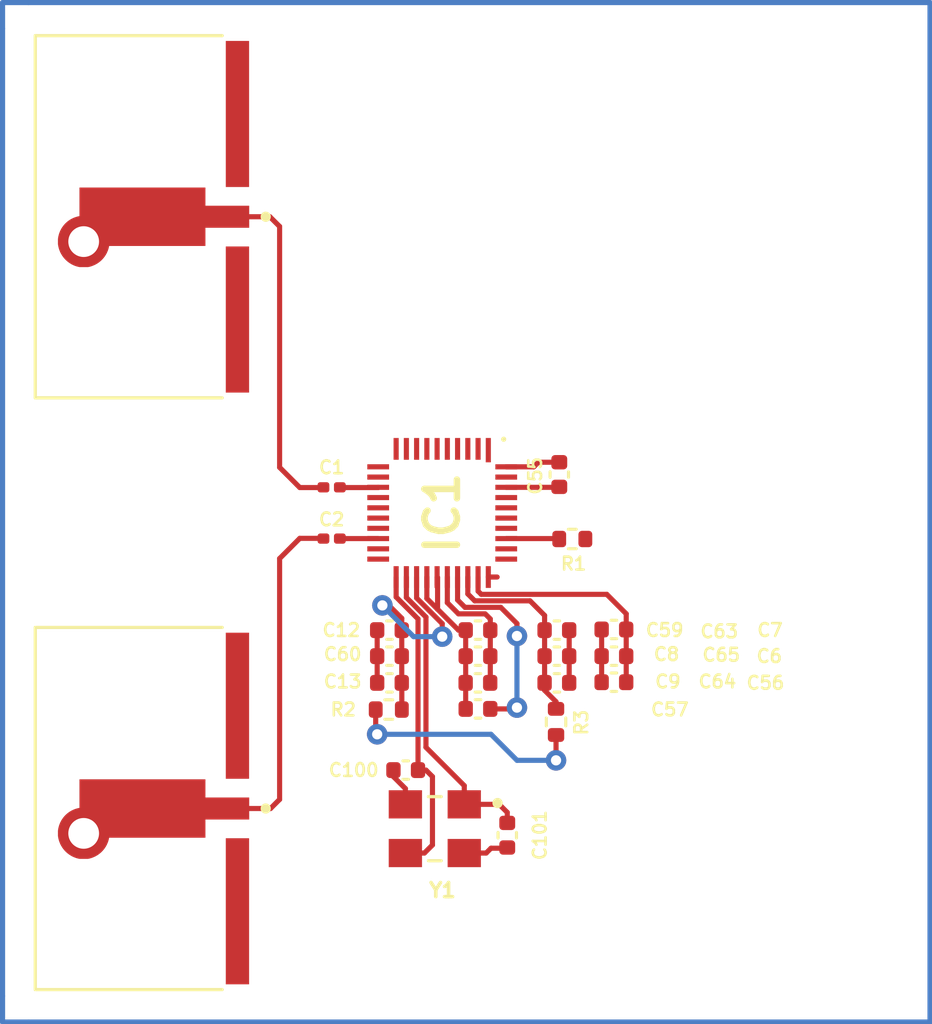
<source format=kicad_pcb>
(kicad_pcb (version 20221018) (generator pcbnew)
  (layers (0 "F.Cu" signal) (1 "In1.Cu" signal) (2 "In2.Cu" signal) (31 "B.Cu" signal) (34 "B.Paste" user) (35 "F.Paste" user) (36 "B.SilkS" user "B.Silkscreen") (37 "F.SilkS" user "F.Silkscreen") (38 "B.Mask" user) (39 "F.Mask" user) (44 "Edge.Cuts" user))
  (net 0 "")
  (net 1 "Net-(IC1-RF2)")
  (net 2 "Net-(C1-Pad2)")
  (net 3 "Net-(IC1-RF1)")
  (net 4 "Net-(C2-Pad2)")
  (net 5 "GND")
  (net 6 "VDD1")
  (net 7 "VDD3")
  (net 8 "Net-(IC1-VDD2B)")
  (net 9 "VDDIO")
  (net 10 "Net-(IC1-VTX_D)")
  (net 11 "Net-(IC1-VDD2A)")
  (net 12 "XTI")
  (net 13 "XTO")
  (net 14 "IRQ")
  (net 15 "SPIPHA")
  (net 16 "GPIO0")
  (net 17 "GPIO1")
  (net 18 "SPIPOL")
  (net 19 "TXLED")
  (net 20 "EXTPA")
  (net 21 "SYNC")
  (net 22 "EXTON")
  (net 23 "WAKEUP")
  (net 24 "RESET")
  (net 25 "SPICLK")
  (net 26 "SPIMOSI")
  (net 27 "SPIMISO")
  (net 28 "SPICSN")
  (net 29 "RESET external")
  (net 30 "VDD2")
  (footprint "TESIS:ANTENNA_UWCCP.01" (layer "F.Cu") (at 100.4075 73.533 90)
    (fp_text reference "E1" hide)
    (fp_text value "UWCCP.01" hide)
    (fp_line (start -7.065 -8.35) (end 7.065 -8.35) (stroke (width 0.127)) (layer "F.SilkS"))
    (fp_line (start -7.065 -1.05) (end -7.065 -8.35) (stroke (width 0.127)) (layer "F.SilkS"))
    (fp_line (start 7.065 -8.35) (end 7.065 -1.05) (stroke (width 0.127)) (layer "F.SilkS"))
    (fp_circle (center 0 0.65) (end 0.1 0.65) (stroke (width 0.2)) (fill none) (layer "F.SilkS"))
    (pad "" np_thru_hole circle (at -0.97 -6.46 90) (size 1.2 1.2) (drill 1.2) (layers "*.Cu" "*.Mask"))
    (pad "1" smd custom (at 0 -0.499 90) (size 0.5 0.5) (layers "F.Cu" "F.Paste" "F.Mask") (net 2 "Net-(C1-Pad2)") (options (clearance outline) (anchor rect)) (primitives (gr_poly (pts (xy 0.425 0.499) (xy 0.425 -1.211) (xy 1.135 -1.211) (xy 1.135 -6.121) (xy 0.02 -6.121) (xy 0.013 -6.161) (xy 0.003 -6.204) (xy -0.009 -6.247) (xy -0.022 -6.288) (xy -0.037 -6.329) (xy -0.054 -6.37) (xy -0.073 -6.41) (xy -0.093 -6.448) (xy -0.115 -6.486) (xy -0.139 -6.523) (xy -0.164 -6.559) (xy -0.191 -6.594) (xy -0.22 -6.627) (xy -0.249 -6.659) (xy -0.28 -6.69) (xy -0.313 -6.72) (xy -0.347 -6.748) (xy -0.382 -6.774) (xy -0.418 -6.799) (xy -0.455 -6.823) (xy -0.493 -6.844) (xy -0.532 -6.864) (xy -0.572 -6.883) (xy -0.612 -6.899) (xy -0.653 -6.914) (xy -0.695 -6.927) (xy -0.738 -6.938) (xy -0.781 -6.948) (xy -0.824 -6.955) (xy -0.87 -6.961) (xy -1.07 -6.961) (xy -1.116 -6.954) (xy -1.159 -6.946) (xy -1.201 -6.936) (xy -1.244 -6.925) (xy -1.285 -6.911) (xy -1.326 -6.896) (xy -1.366 -6.879) (xy -1.406 -6.861) (xy -1.445 -6.84) (xy -1.482 -6.818) (xy -1.519 -6.795) (xy -1.555 -6.77) (xy -1.59 -6.743) (xy -1.623 -6.715) (xy -1.656 -6.686) (xy -1.687 -6.655) (xy -1.716 -6.623) (xy -1.745 -6.59) (xy -1.771 -6.555) (xy -1.797 -6.52) (xy -1.821 -6.483) (xy -1.843 -6.446) (xy -1.864 -6.407) (xy -1.883 -6.368) (xy -1.9 -6.328) (xy -1.916 -6.287) (xy -1.93 -6.246) (xy -1.942 -6.204) (xy -1.952 -6.161) (xy -1.96 -6.121) (xy -1.96 -5.791) (xy -1.953 -5.754) (xy -1.943 -5.713) (xy -1.932 -5.674) (xy -1.919 -5.634) (xy -1.904 -5.596) (xy -1.888 -5.558) (xy -1.871 -5.52) (xy -1.852 -5.484) (xy -1.831 -5.448) (xy -1.809 -5.413) (xy -1.786 -5.379) (xy -1.761 -5.346) (xy -1.735 -5.314) (xy -1.708 -5.283) (xy -1.679 -5.253) (xy -1.649 -5.225) (xy -1.618 -5.197) (xy -1.586 -5.171) (xy -1.553 -5.146) (xy -1.519 -5.123) (xy -1.484 -5.101) (xy -1.448 -5.08) (xy -1.412 -5.061) (xy -1.374 -5.044) (xy -1.336 -5.028) (xy -1.298 -5.013) (xy -1.258 -5) (xy -1.219 -4.989) (xy -1.179 -4.98) (xy -1.135 -4.971) (xy -1.135 -1.211) (xy -0.425 -1.211) (xy -0.425 0.499) (xy 0.425 0.499)) (width 0.01) (fill yes))))
    (pad "2" smd rect (at -4.01 -0.455 90) (size 5.7 0.91) (layers "F.Cu" "F.Paste" "F.Mask") (net 5 "GND"))
    (pad "3" smd rect (at 4.01 -0.455 90) (size 5.7 0.91) (layers "F.Cu" "F.Paste" "F.Mask"))
  )
  (footprint "Capacitor_SMD:C_0402_1005Metric" (layer "F.Cu") (at 109.347 89.662)
    (fp_text reference "C59" (at 7.2898 0) (layer "F.SilkS") (effects (font (size 0.5 0.5) (thickness 0.1) bold)))
    (fp_text value "4.7nF" hide)
    (fp_line (start -0.107836 -0.36) (end 0.107836 -0.36) (stroke (width 0.12)) (layer "F.SilkS"))
    (fp_line (start -0.107836 0.36) (end 0.107836 0.36) (stroke (width 0.12)) (layer "F.SilkS"))
    (pad "1" smd roundrect (at -0.48 0) (size 0.56 0.62) (layers "F.Cu" "F.Paste" "F.Mask") (net 5 "GND"))
    (pad "2" smd roundrect (at 0.48 0) (size 0.56 0.62) (layers "F.Cu" "F.Paste" "F.Mask") (net 7 "VDD3"))
  )
  (footprint "Capacitor_SMD:C_0402_1005Metric" (layer "F.Cu") (at 112.4282 91.7194 180)
    (fp_text reference "C64" (at -6.2686 0.0508) (layer "F.SilkS") (effects (font (size 0.5 0.5) (thickness 0.1) bold)))
    (fp_text value "10UF" hide)
    (fp_line (start -0.107836 -0.36) (end 0.107836 -0.36) (stroke (width 0.12)) (layer "F.SilkS"))
    (fp_line (start -0.107836 0.36) (end 0.107836 0.36) (stroke (width 0.12)) (layer "F.SilkS"))
    (pad "1" smd roundrect (at -0.48 0 180) (size 0.56 0.62) (layers "F.Cu" "F.Paste" "F.Mask") (net 5 "GND"))
    (pad "2" smd roundrect (at 0.48 0 180) (size 0.56 0.62) (layers "F.Cu" "F.Paste" "F.Mask") (net 11 "Net-(IC1-VDD2A)"))
  )
  (footprint "TESIS:DW3220TR13-1" (layer "F.Cu") (at 107.95 85.09 -90)
    (fp_text reference "IC1" (at 0 0 90) (layer "F.SilkS") (effects (font (size 1.27 1.27) (thickness 0.254))))
    (fp_text value "DW3220TR13" hide)
    (fp_line (start -2.925 -2.4) (end -2.925 -2.4) (stroke (width 0.1)) (layer "F.SilkS"))
    (fp_line (start -2.825 -2.4) (end -2.825 -2.4) (stroke (width 0.1)) (layer "F.SilkS"))
    (fp_arc (start -2.925 -2.4) (mid -2.875 -2.45) (end -2.825 -2.4) (stroke (width 0.1)) (layer "F.SilkS"))
    (fp_arc (start -2.825 -2.4) (mid -2.875 -2.35) (end -2.925 -2.4) (stroke (width 0.1)) (layer "F.SilkS"))
    (pad "1" smd rect (at -2.45 -1.8) (size 0.2 0.95) (layers "F.Cu" "F.Paste" "F.Mask") (net 14 "IRQ"))
    (pad "2" smd rect (at -2.5 -1.4) (size 0.2 0.85) (layers "F.Cu" "F.Paste" "F.Mask") (net 15 "SPIPHA"))
    (pad "3" smd rect (at -2.5 -1) (size 0.2 0.85) (layers "F.Cu" "F.Paste" "F.Mask") (net 16 "GPIO0"))
    (pad "4" smd rect (at -2.5 -0.6) (size 0.2 0.85) (layers "F.Cu" "F.Paste" "F.Mask") (net 17 "GPIO1"))
    (pad "5" smd rect (at -2.5 -0.2) (size 0.2 0.85) (layers "F.Cu" "F.Paste" "F.Mask") (net 18 "SPIPOL"))
    (pad "6" smd rect (at -2.5 0.2) (size 0.2 0.85) (layers "F.Cu" "F.Paste" "F.Mask") (net 19 "TXLED"))
    (pad "7" smd rect (at -2.5 0.6) (size 0.2 0.85) (layers "F.Cu" "F.Paste" "F.Mask") (net 19 "TXLED"))
    (pad "8" smd rect (at -2.5 1) (size 0.2 0.85) (layers "F.Cu" "F.Paste" "F.Mask") (net 20 "EXTPA"))
    (pad "9" smd rect (at -2.5 1.4) (size 0.2 0.85) (layers "F.Cu" "F.Paste" "F.Mask") (net 21 "SYNC"))
    (pad "10" smd rect (at -2.5 1.8) (size 0.2 0.85) (layers "F.Cu" "F.Paste" "F.Mask") (net 5 "GND"))
    (pad "11" smd rect (at -1.8 2.5 270) (size 0.2 0.85) (layers "F.Cu" "F.Paste" "F.Mask") (net 5 "GND"))
    (pad "12" smd rect (at -1.4 2.5 270) (size 0.2 0.85) (layers "F.Cu" "F.Paste" "F.Mask") (net 5 "GND"))
    (pad "13" smd rect (at -1 2.5 270) (size 0.2 0.85) (layers "F.Cu" "F.Paste" "F.Mask") (net 1 "Net-(IC1-RF2)"))
    (pad "14" smd rect (at -0.6 2.5 270) (size 0.2 0.85) (layers "F.Cu" "F.Paste" "F.Mask") (net 5 "GND"))
    (pad "15" smd rect (at -0.2 2.5 270) (size 0.2 0.85) (layers "F.Cu" "F.Paste" "F.Mask") (net 5 "GND"))
    (pad "16" smd rect (at 0.2 2.5 270) (size 0.2 0.85) (layers "F.Cu" "F.Paste" "F.Mask") (net 5 "GND"))
    (pad "17" smd rect (at 0.6 2.5 270) (size 0.2 0.85) (layers "F.Cu" "F.Paste" "F.Mask") (net 5 "GND"))
    (pad "18" smd rect (at 1 2.5 270) (size 0.2 0.85) (layers "F.Cu" "F.Paste" "F.Mask") (net 3 "Net-(IC1-RF1)"))
    (pad "19" smd rect (at 1.4 2.5 270) (size 0.2 0.85) (layers "F.Cu" "F.Paste" "F.Mask") (net 5 "GND"))
    (pad "20" smd rect (at 1.8 2.5 270) (size 0.2 0.85) (layers "F.Cu" "F.Paste" "F.Mask") (net 5 "GND"))
    (pad "21" smd rect (at 2.5 1.8) (size 0.2 0.85) (layers "F.Cu" "F.Paste" "F.Mask") (net 12 "XTI"))
    (pad "22" smd rect (at 2.5 1.4) (size 0.2 0.85) (layers "F.Cu" "F.Paste" "F.Mask") (net 13 "XTO"))
    (pad "23" smd rect (at 2.5 1) (size 0.2 0.85) (layers "F.Cu" "F.Paste" "F.Mask") (net 8 "Net-(IC1-VDD2B)"))
    (pad "24" smd rect (at 2.5 0.6) (size 0.2 0.85) (layers "F.Cu" "F.Paste" "F.Mask") (net 5 "GND"))
    (pad "25" smd rect (at 2.5 0.2) (size 0.2 0.85) (layers "F.Cu" "F.Paste" "F.Mask") (net 5 "GND"))
    (pad "26" smd rect (at 2.5 -0.2) (size 0.2 0.85) (layers "F.Cu" "F.Paste" "F.Mask") (net 7 "VDD3"))
    (pad "27" smd rect (at 2.5 -0.6) (size 0.2 0.85) (layers "F.Cu" "F.Paste" "F.Mask") (net 10 "Net-(IC1-VTX_D)"))
    (pad "28" smd rect (at 2.5 -1) (size 0.2 0.85) (layers "F.Cu" "F.Paste" "F.Mask") (net 11 "Net-(IC1-VDD2A)"))
    (pad "29" smd rect (at 2.5 -1.4) (size 0.2 0.85) (layers "F.Cu" "F.Paste" "F.Mask") (net 6 "VDD1"))
    (pad "30" smd rect (at 2.5 -1.8) (size 0.2 0.85) (layers "F.Cu" "F.Paste" "F.Mask") (net 5 "GND"))
    (pad "31" smd rect (at 1.8 -2.5 270) (size 0.2 0.85) (layers "F.Cu" "F.Paste" "F.Mask") (net 22 "EXTON"))
    (pad "32" smd rect (at 1.4 -2.5 270) (size 0.2 0.85) (layers "F.Cu" "F.Paste" "F.Mask") (net 23 "WAKEUP"))
    (pad "33" smd rect (at 1 -2.5 270) (size 0.2 0.85) (layers "F.Cu" "F.Paste" "F.Mask") (net 24 "RESET"))
    (pad "34" smd rect (at 0.6 -2.5 270) (size 0.2 0.85) (layers "F.Cu" "F.Paste" "F.Mask") (net 25 "SPICLK"))
    (pad "35" smd rect (at 0.2 -2.5 270) (size 0.2 0.85) (layers "F.Cu" "F.Paste" "F.Mask") (net 26 "SPIMOSI"))
    (pad "36" smd rect (at -0.2 -2.5 270) (size 0.2 0.85) (layers "F.Cu" "F.Paste" "F.Mask") (net 27 "SPIMISO"))
    (pad "37" smd rect (at -0.6 -2.5 270) (size 0.2 0.85) (layers "F.Cu" "F.Paste" "F.Mask") (net 28 "SPICSN"))
    (pad "38" smd rect (at -1 -2.5 270) (size 0.2 0.85) (layers "F.Cu" "F.Paste" "F.Mask") (net 9 "VDDIO"))
    (pad "39" smd rect (at -1.4 -2.5 270) (size 0.2 0.85) (layers "F.Cu" "F.Paste" "F.Mask") (net 5 "GND"))
    (pad "40" smd rect (at -1.8 -2.5 270) (size 0.2 0.85) (layers "F.Cu" "F.Paste" "F.Mask") (net 5 "GND"))
  )
  (footprint "Capacitor_SMD:C_0201_0603Metric" (layer "F.Cu") (at 103.632 84.09 180)
    (fp_text reference "C1" (at 0 0.778 180) (layer "F.SilkS") (effects (font (size 0.5 0.5) (thickness 0.1) bold)))
    (fp_text value "2.0pF" hide)
    (pad "1" smd roundrect (at -0.32 0 180) (size 0.46 0.4) (layers "F.Cu" "F.Mask") (net 1 "Net-(IC1-RF2)"))
    (pad "2" smd roundrect (at 0.32 0 180) (size 0.46 0.4) (layers "F.Cu" "F.Mask") (net 2 "Net-(C1-Pad2)"))
  )
  (footprint "TESIS:ANTENNA_UWCCP.01" (layer "F.Cu") (at 100.4075 96.6216 90)
    (fp_text reference "E2" hide)
    (fp_text value "UWCCP.01" hide)
    (fp_line (start -7.065 -8.35) (end 7.065 -8.35) (stroke (width 0.127)) (layer "F.SilkS"))
    (fp_line (start -7.065 -1.05) (end -7.065 -8.35) (stroke (width 0.127)) (layer "F.SilkS"))
    (fp_line (start 7.065 -8.35) (end 7.065 -1.05) (stroke (width 0.127)) (layer "F.SilkS"))
    (fp_circle (center 0 0.65) (end 0.1 0.65) (stroke (width 0.2)) (fill none) (layer "F.SilkS"))
    (pad "" np_thru_hole circle (at -0.97 -6.46 90) (size 1.2 1.2) (drill 1.2) (layers "*.Cu" "*.Mask"))
    (pad "1" smd custom (at 0 -0.499 90) (size 0.5 0.5) (layers "F.Cu" "F.Paste" "F.Mask") (net 4 "Net-(C2-Pad2)") (options (clearance outline) (anchor rect)) (primitives (gr_poly (pts (xy 0.425 0.499) (xy 0.425 -1.211) (xy 1.135 -1.211) (xy 1.135 -6.121) (xy 0.02 -6.121) (xy 0.013 -6.161) (xy 0.003 -6.204) (xy -0.009 -6.247) (xy -0.022 -6.288) (xy -0.037 -6.329) (xy -0.054 -6.37) (xy -0.073 -6.41) (xy -0.093 -6.448) (xy -0.115 -6.486) (xy -0.139 -6.523) (xy -0.164 -6.559) (xy -0.191 -6.594) (xy -0.22 -6.627) (xy -0.249 -6.659) (xy -0.28 -6.69) (xy -0.313 -6.72) (xy -0.347 -6.748) (xy -0.382 -6.774) (xy -0.418 -6.799) (xy -0.455 -6.823) (xy -0.493 -6.844) (xy -0.532 -6.864) (xy -0.572 -6.883) (xy -0.612 -6.899) (xy -0.653 -6.914) (xy -0.695 -6.927) (xy -0.738 -6.938) (xy -0.781 -6.948) (xy -0.824 -6.955) (xy -0.87 -6.961) (xy -1.07 -6.961) (xy -1.116 -6.954) (xy -1.159 -6.946) (xy -1.201 -6.936) (xy -1.244 -6.925) (xy -1.285 -6.911) (xy -1.326 -6.896) (xy -1.366 -6.879) (xy -1.406 -6.861) (xy -1.445 -6.84) (xy -1.482 -6.818) (xy -1.519 -6.795) (xy -1.555 -6.77) (xy -1.59 -6.743) (xy -1.623 -6.715) (xy -1.656 -6.686) (xy -1.687 -6.655) (xy -1.716 -6.623) (xy -1.745 -6.59) (xy -1.771 -6.555) (xy -1.797 -6.52) (xy -1.821 -6.483) (xy -1.843 -6.446) (xy -1.864 -6.407) (xy -1.883 -6.368) (xy -1.9 -6.328) (xy -1.916 -6.287) (xy -1.93 -6.246) (xy -1.942 -6.204) (xy -1.952 -6.161) (xy -1.96 -6.121) (xy -1.96 -5.791) (xy -1.953 -5.754) (xy -1.943 -5.713) (xy -1.932 -5.674) (xy -1.919 -5.634) (xy -1.904 -5.596) (xy -1.888 -5.558) (xy -1.871 -5.52) (xy -1.852 -5.484) (xy -1.831 -5.448) (xy -1.809 -5.413) (xy -1.786 -5.379) (xy -1.761 -5.346) (xy -1.735 -5.314) (xy -1.708 -5.283) (xy -1.679 -5.253) (xy -1.649 -5.225) (xy -1.618 -5.197) (xy -1.586 -5.171) (xy -1.553 -5.146) (xy -1.519 -5.123) (xy -1.484 -5.101) (xy -1.448 -5.08) (xy -1.412 -5.061) (xy -1.374 -5.044) (xy -1.336 -5.028) (xy -1.298 -5.013) (xy -1.258 -5) (xy -1.219 -4.989) (xy -1.179 -4.98) (xy -1.135 -4.971) (xy -1.135 -1.211) (xy -0.425 -1.211) (xy -0.425 0.499) (xy 0.425 0.499)) (width 0.01) (fill yes))))
    (pad "2" smd rect (at -4.01 -0.455 90) (size 5.7 0.91) (layers "F.Cu" "F.Paste" "F.Mask") (net 5 "GND"))
    (pad "3" smd rect (at 4.01 -0.455 90) (size 5.7 0.91) (layers "F.Cu" "F.Paste" "F.Mask"))
  )
  (footprint "Capacitor_SMD:C_0402_1005Metric" (layer "F.Cu") (at 109.347 90.678)
    (fp_text reference "C8" (at 7.3634 -0.0762) (layer "F.SilkS") (effects (font (size 0.5 0.5) (thickness 0.1) bold)))
    (fp_text value "100nF" hide)
    (fp_line (start -0.107836 -0.36) (end 0.107836 -0.36) (stroke (width 0.12)) (layer "F.SilkS"))
    (fp_line (start -0.107836 0.36) (end 0.107836 0.36) (stroke (width 0.12)) (layer "F.SilkS"))
    (pad "1" smd roundrect (at -0.48 0) (size 0.56 0.62) (layers "F.Cu" "F.Paste" "F.Mask") (net 5 "GND"))
    (pad "2" smd roundrect (at 0.48 0) (size 0.56 0.62) (layers "F.Cu" "F.Paste" "F.Mask") (net 7 "VDD3"))
  )
  (footprint "Resistor_SMD:R_0402_1005Metric" (layer "F.Cu") (at 113.03 86.106)
    (fp_text reference "R1" (at 0.0508 0.9652) (layer "F.SilkS") (effects (font (size 0.5 0.5) (thickness 0.1) bold)))
    (fp_text value "0" hide)
    (fp_line (start -0.153641 -0.38) (end 0.153641 -0.38) (stroke (width 0.12)) (layer "F.SilkS"))
    (fp_line (start -0.153641 0.38) (end 0.153641 0.38) (stroke (width 0.12)) (layer "F.SilkS"))
    (pad "1" smd roundrect (at -0.51 0) (size 0.54 0.64) (layers "F.Cu" "F.Paste" "F.Mask") (net 24 "RESET"))
    (pad "2" smd roundrect (at 0.51 0) (size 0.54 0.64) (layers "F.Cu" "F.Paste" "F.Mask") (net 29 "RESET external"))
  )
  (footprint "Capacitor_SMD:C_0402_1005Metric" (layer "F.Cu") (at 114.6556 89.6366)
    (fp_text reference "C7" (at 6.096 0.0254) (layer "F.SilkS") (effects (font (size 0.5 0.5) (thickness 0.1) bold)))
    (fp_text value "22UF" hide)
    (fp_line (start -0.107836 -0.36) (end 0.107836 -0.36) (stroke (width 0.12)) (layer "F.SilkS"))
    (fp_line (start -0.107836 0.36) (end 0.107836 0.36) (stroke (width 0.12)) (layer "F.SilkS"))
    (pad "1" smd roundrect (at -0.48 0) (size 0.56 0.62) (layers "F.Cu" "F.Paste" "F.Mask") (net 5 "GND"))
    (pad "2" smd roundrect (at 0.48 0) (size 0.56 0.62) (layers "F.Cu" "F.Paste" "F.Mask") (net 6 "VDD1"))
  )
  (footprint "Capacitor_SMD:C_0402_1005Metric" (layer "F.Cu") (at 114.6556 90.678)
    (fp_text reference "C6" (at 6.0706 0) (layer "F.SilkS") (effects (font (size 0.5 0.5) (thickness 0.1) bold)))
    (fp_text value "100nF" hide)
    (fp_line (start -0.107836 -0.36) (end 0.107836 -0.36) (stroke (width 0.12)) (layer "F.SilkS"))
    (fp_line (start -0.107836 0.36) (end 0.107836 0.36) (stroke (width 0.12)) (layer "F.SilkS"))
    (pad "1" smd roundrect (at -0.48 0) (size 0.56 0.62) (layers "F.Cu" "F.Paste" "F.Mask") (net 5 "GND"))
    (pad "2" smd roundrect (at 0.48 0) (size 0.56 0.62) (layers "F.Cu" "F.Paste" "F.Mask") (net 6 "VDD1"))
  )
  (footprint "Capacitor_SMD:C_0402_1005Metric" (layer "F.Cu") (at 110.49 97.663 90)
    (fp_text reference "C101" (at 0 1.27 90) (layer "F.SilkS") (effects (font (size 0.5 0.5) (thickness 0.1) bold)))
    (fp_text value "3.3pF" hide)
    (fp_line (start -0.107836 -0.36) (end 0.107836 -0.36) (stroke (width 0.12)) (layer "F.SilkS"))
    (fp_line (start -0.107836 0.36) (end 0.107836 0.36) (stroke (width 0.12)) (layer "F.SilkS"))
    (pad "1" smd roundrect (at -0.48 0 90) (size 0.56 0.62) (layers "F.Cu" "F.Paste" "F.Mask") (net 5 "GND"))
    (pad "2" smd roundrect (at 0.48 0 90) (size 0.56 0.62) (layers "F.Cu" "F.Paste" "F.Mask") (net 13 "XTO"))
  )
  (footprint "Capacitor_SMD:C_0402_1005Metric" (layer "F.Cu") (at 109.347 92.7354 180)
    (fp_text reference "C57" (at -7.493 -0.0254) (layer "F.SilkS") (effects (font (size 0.5 0.5) (thickness 0.1) bold)))
    (fp_text value "220nF" hide)
    (fp_line (start -0.107836 -0.36) (end 0.107836 -0.36) (stroke (width 0.12)) (layer "F.SilkS"))
    (fp_line (start -0.107836 0.36) (end 0.107836 0.36) (stroke (width 0.12)) (layer "F.SilkS"))
    (pad "1" smd roundrect (at -0.48 0 180) (size 0.56 0.62) (layers "F.Cu" "F.Paste" "F.Mask") (net 10 "Net-(IC1-VTX_D)"))
    (pad "2" smd roundrect (at 0.48 0 180) (size 0.56 0.62) (layers "F.Cu" "F.Paste" "F.Mask") (net 5 "GND"))
  )
  (footprint "Capacitor_SMD:C_0402_1005Metric" (layer "F.Cu") (at 112.522 83.5914 -90)
    (fp_text reference "C55" (at 0.0508 0.9398 90) (layer "F.SilkS") (effects (font (size 0.5 0.5) (thickness 0.1) bold)))
    (fp_text value "100nF" hide)
    (fp_line (start -0.107836 -0.36) (end 0.107836 -0.36) (stroke (width 0.12)) (layer "F.SilkS"))
    (fp_line (start -0.107836 0.36) (end 0.107836 0.36) (stroke (width 0.12)) (layer "F.SilkS"))
    (pad "1" smd roundrect (at -0.48 0 270) (size 0.56 0.62) (layers "F.Cu" "F.Paste" "F.Mask") (net 5 "GND"))
    (pad "2" smd roundrect (at 0.48 0 270) (size 0.56 0.62) (layers "F.Cu" "F.Paste" "F.Mask") (net 9 "VDDIO"))
  )
  (footprint "Capacitor_SMD:C_0402_1005Metric" (layer "F.Cu") (at 109.3444 91.7194)
    (fp_text reference "C9" (at 7.4194 -0.0508) (layer "F.SilkS") (effects (font (size 0.5 0.5) (thickness 0.1) bold)))
    (fp_text value "10UF" hide)
    (fp_line (start -0.107836 -0.36) (end 0.107836 -0.36) (stroke (width 0.12)) (layer "F.SilkS"))
    (fp_line (start -0.107836 0.36) (end 0.107836 0.36) (stroke (width 0.12)) (layer "F.SilkS"))
    (pad "1" smd roundrect (at -0.48 0) (size 0.56 0.62) (layers "F.Cu" "F.Paste" "F.Mask") (net 5 "GND"))
    (pad "2" smd roundrect (at 0.48 0) (size 0.56 0.62) (layers "F.Cu" "F.Paste" "F.Mask") (net 7 "VDD3"))
  )
  (footprint "Capacitor_SMD:C_0402_1005Metric" (layer "F.Cu") (at 106.525 95.123 180)
    (fp_text reference "C100" (at 2.032 0) (layer "F.SilkS") (effects (font (size 0.5 0.5) (thickness 0.1) bold)))
    (fp_text value "3.3pF" hide)
    (fp_line (start -0.107836 -0.36) (end 0.107836 -0.36) (stroke (width 0.12)) (layer "F.SilkS"))
    (fp_line (start -0.107836 0.36) (end 0.107836 0.36) (stroke (width 0.12)) (layer "F.SilkS"))
    (pad "1" smd roundrect (at -0.48 0 180) (size 0.56 0.62) (layers "F.Cu" "F.Paste" "F.Mask") (net 12 "XTI"))
    (pad "2" smd roundrect (at 0.48 0 180) (size 0.56 0.62) (layers "F.Cu" "F.Paste" "F.Mask") (net 5 "GND"))
  )
  (footprint "Resistor_SMD:R_0402_1005Metric" (layer "F.Cu") (at 105.8626 92.7608 180)
    (fp_text reference "R2" (at 1.776 0) (layer "F.SilkS") (effects (font (size 0.5 0.5) (thickness 0.1) bold)))
    (fp_text value "600" hide)
    (fp_line (start -0.153641 -0.38) (end 0.153641 -0.38) (stroke (width 0.12)) (layer "F.SilkS"))
    (fp_line (start -0.153641 0.38) (end 0.153641 0.38) (stroke (width 0.12)) (layer "F.SilkS"))
    (pad "1" smd roundrect (at -0.51 0 180) (size 0.54 0.64) (layers "F.Cu" "F.Paste" "F.Mask") (net 8 "Net-(IC1-VDD2B)"))
    (pad "2" smd roundrect (at 0.51 0 180) (size 0.54 0.64) (layers "F.Cu" "F.Paste" "F.Mask") (net 30 "VDD2"))
  )
  (footprint "Capacitor_SMD:C_0402_1005Metric" (layer "F.Cu") (at 112.4282 89.662 180)
    (fp_text reference "C63" (at -6.3422 -0.0508) (layer "F.SilkS") (effects (font (size 0.5 0.5) (thickness 0.1) bold)))
    (fp_text value "4.7nF" hide)
    (fp_line (start -0.107836 -0.36) (end 0.107836 -0.36) (stroke (width 0.12)) (layer "F.SilkS"))
    (fp_line (start -0.107836 0.36) (end 0.107836 0.36) (stroke (width 0.12)) (layer "F.SilkS"))
    (pad "1" smd roundrect (at -0.48 0 180) (size 0.56 0.62) (layers "F.Cu" "F.Paste" "F.Mask") (net 5 "GND"))
    (pad "2" smd roundrect (at 0.48 0 180) (size 0.56 0.62) (layers "F.Cu" "F.Paste" "F.Mask") (net 11 "Net-(IC1-VDD2A)"))
  )
  (footprint "Capacitor_SMD:C_0402_1005Metric" (layer "F.Cu") (at 105.89 91.7194)
    (fp_text reference "C13" (at -1.8288 -0.0508) (layer "F.SilkS") (effects (font (size 0.5 0.5) (thickness 0.1) bold)))
    (fp_text value "10UF" hide)
    (fp_line (start -0.107836 -0.36) (end 0.107836 -0.36) (stroke (width 0.12)) (layer "F.SilkS"))
    (fp_line (start -0.107836 0.36) (end 0.107836 0.36) (stroke (width 0.12)) (layer "F.SilkS"))
    (pad "1" smd roundrect (at -0.48 0) (size 0.56 0.62) (layers "F.Cu" "F.Paste" "F.Mask") (net 5 "GND"))
    (pad "2" smd roundrect (at 0.48 0) (size 0.56 0.62) (layers "F.Cu" "F.Paste" "F.Mask") (net 8 "Net-(IC1-VDD2B)"))
  )
  (footprint "Capacitor_SMD:C_0402_1005Metric" (layer "F.Cu") (at 114.6556 91.694)
    (fp_text reference "C56" (at 5.9182 0.0254) (layer "F.SilkS") (effects (font (size 0.5 0.5) (thickness 0.1) bold)))
    (fp_text value "2pF" hide)
    (fp_line (start -0.107836 -0.36) (end 0.107836 -0.36) (stroke (width 0.12)) (layer "F.SilkS"))
    (fp_line (start -0.107836 0.36) (end 0.107836 0.36) (stroke (width 0.12)) (layer "F.SilkS"))
    (pad "1" smd roundrect (at -0.48 0) (size 0.56 0.62) (layers "F.Cu" "F.Paste" "F.Mask") (net 5 "GND"))
    (pad "2" smd roundrect (at 0.48 0) (size 0.56 0.62) (layers "F.Cu" "F.Paste" "F.Mask") (net 6 "VDD1"))
  )
  (footprint "Capacitor_SMD:C_0402_1005Metric" (layer "F.Cu") (at 105.89 89.662)
    (fp_text reference "C12" (at -1.8796 0) (layer "F.SilkS") (effects (font (size 0.5 0.5) (thickness 0.1) bold)))
    (fp_text value "4.7nF" hide)
    (fp_line (start -0.107836 -0.36) (end 0.107836 -0.36) (stroke (width 0.12)) (layer "F.SilkS"))
    (fp_line (start -0.107836 0.36) (end 0.107836 0.36) (stroke (width 0.12)) (layer "F.SilkS"))
    (pad "1" smd roundrect (at -0.48 0) (size 0.56 0.62) (layers "F.Cu" "F.Paste" "F.Mask") (net 5 "GND"))
    (pad "2" smd roundrect (at 0.48 0) (size 0.56 0.62) (layers "F.Cu" "F.Paste" "F.Mask") (net 8 "Net-(IC1-VDD2B)"))
  )
  (footprint "Capacitor_SMD:C_0201_0603Metric" (layer "F.Cu") (at 103.632 86.09 180)
    (fp_text reference "C2" (at 0 0.746 180) (layer "F.SilkS") (effects (font (size 0.5 0.5) (thickness 0.1) bold)))
    (fp_text value "2.0pF" hide)
    (pad "1" smd roundrect (at -0.32 0 180) (size 0.46 0.4) (layers "F.Cu" "F.Mask") (net 3 "Net-(IC1-RF1)"))
    (pad "2" smd roundrect (at 0.32 0 180) (size 0.46 0.4) (layers "F.Cu" "F.Mask") (net 4 "Net-(C2-Pad2)"))
  )
  (footprint "TESIS:XTAL_ECS-384-10-33B-CKY-TR3" (layer "F.Cu") (at 107.661 97.409 180)
    (fp_text reference "Y1" (at -0.300318 -2.402601) (layer "F.SilkS") (effects (font (size 0.55178 0.55178))))
    (fp_text value "ECS-384-10-33B-CKY-TR3" hide)
    (fp_line (start -0.25 -1.25) (end 0.25 -1.25) (stroke (width 0.127)) (layer "F.SilkS"))
    (fp_line (start 0.25 1.25) (end -0.25 1.25) (stroke (width 0.127)) (layer "F.SilkS"))
    (fp_circle (center -2.45 1) (end -2.35 1) (stroke (width 0.2)) (fill none) (layer "F.SilkS"))
    (pad "1" smd rect (at -1.15 0.95 180) (size 1.3 1.1) (layers "F.Cu" "F.Paste" "F.Mask") (net 13 "XTO"))
    (pad "2" smd rect (at 1.15 0.95 180) (size 1.3 1.1) (layers "F.Cu" "F.Paste" "F.Mask") (net 5 "GND"))
    (pad "3" smd rect (at 1.15 -0.95 180) (size 1.3 1.1) (layers "F.Cu" "F.Paste" "F.Mask") (net 12 "XTI"))
    (pad "4" smd rect (at -1.15 -0.95 180) (size 1.3 1.1) (layers "F.Cu" "F.Paste" "F.Mask") (net 5 "GND"))
  )
  (footprint "Resistor_SMD:R_0402_1005Metric" (layer "F.Cu") (at 112.395 93.2434 -90)
    (fp_text reference "R3" (at 0.0254 -0.9906 90) (layer "F.SilkS") (effects (font (size 0.5 0.5) (thickness 0.1) bold)))
    (fp_text value "600" hide)
    (fp_line (start -0.153641 -0.38) (end 0.153641 -0.38) (stroke (width 0.12)) (layer "F.SilkS"))
    (fp_line (start -0.153641 0.38) (end 0.153641 0.38) (stroke (width 0.12)) (layer "F.SilkS"))
    (pad "1" smd roundrect (at -0.51 0 270) (size 0.54 0.64) (layers "F.Cu" "F.Paste" "F.Mask") (net 11 "Net-(IC1-VDD2A)"))
    (pad "2" smd roundrect (at 0.51 0 270) (size 0.54 0.64) (layers "F.Cu" "F.Paste" "F.Mask") (net 30 "VDD2"))
  )
  (footprint "Capacitor_SMD:C_0402_1005Metric" (layer "F.Cu") (at 112.4282 90.678 180)
    (fp_text reference "C65" (at -6.421 0.0508) (layer "F.SilkS") (effects (font (size 0.5 0.5) (thickness 0.1) bold)))
    (fp_text value "100nF" hide)
    (fp_line (start -0.107836 -0.36) (end 0.107836 -0.36) (stroke (width 0.12)) (layer "F.SilkS"))
    (fp_line (start -0.107836 0.36) (end 0.107836 0.36) (stroke (width 0.12)) (layer "F.SilkS"))
    (pad "1" smd roundrect (at -0.48 0 180) (size 0.56 0.62) (layers "F.Cu" "F.Paste" "F.Mask") (net 5 "GND"))
    (pad "2" smd roundrect (at 0.48 0 180) (size 0.56 0.62) (layers "F.Cu" "F.Paste" "F.Mask") (net 11 "Net-(IC1-VDD2A)"))
  )
  (footprint "Capacitor_SMD:C_0402_1005Metric" (layer "F.Cu") (at 105.89 90.678)
    (fp_text reference "C60" (at -1.8288 -0.0762) (layer "F.SilkS") (effects (font (size 0.5 0.5) (thickness 0.1) bold)))
    (fp_text value "100nF" hide)
    (fp_line (start -0.107836 -0.36) (end 0.107836 -0.36) (stroke (width 0.12)) (layer "F.SilkS"))
    (fp_line (start -0.107836 0.36) (end 0.107836 0.36) (stroke (width 0.12)) (layer "F.SilkS"))
    (pad "1" smd roundrect (at -0.48 0) (size 0.56 0.62) (layers "F.Cu" "F.Paste" "F.Mask") (net 5 "GND"))
    (pad "2" smd roundrect (at 0.48 0) (size 0.56 0.62) (layers "F.Cu" "F.Paste" "F.Mask") (net 8 "Net-(IC1-VDD2B)"))
  )
  (gr_line (start 90.7796 103.9368) (end 90.7796 104.9528) (stroke (width 0.2)) (layer "B.Cu"))
  (gr_line (start 127 65.1764) (end 91.7956 65.1764) (stroke (width 0.2)) (layer "B.Cu"))
  (gr_line (start 90.7796 66.1924) (end 90.7796 65.1764) (stroke (width 0.2)) (layer "B.Cu"))
  (gr_line (start 90.7796 103.9368) (end 90.7796 66.1924) (stroke (width 0.2)) (layer "B.Cu"))
  (gr_line (start 91.7956 65.1764) (end 90.7796 65.1764) (stroke (width 0.2)) (layer "B.Cu"))
  (gr_line (start 91.7956 104.9528) (end 127 104.9528) (stroke (width 0.2)) (layer "B.Cu"))
  (gr_line (start 127 104.9528) (end 127 65.1764) (stroke (width 0.2)) (layer "B.Cu"))
  (gr_line (start 90.7796 104.9528) (end 91.7956 104.9528) (stroke (width 0.2)) (layer "B.Cu"))
  (segment (start 103.9614 84.0994) (end 105.4406 84.0994) (width 0.2) (layer "F.Cu") (net 1))
  (segment (start 105.4406 84.0994) (end 105.45 84.09) (width 0.2) (layer "F.Cu") (net 1))
  (segment (start 103.952 84.09) (end 103.9614 84.0994) (width 0.172) (layer "F.Cu") (net 1))
  (segment (start 102.3874 84.0994) (end 101.6 83.312) (width 0.2) (layer "F.Cu") (net 2))
  (segment (start 101.6 83.312) (end 101.6 73.914) (width 0.2) (layer "F.Cu") (net 2))
  (segment (start 101.219 73.533) (end 99.9085 73.533) (width 0.2) (layer "F.Cu") (net 2))
  (segment (start 103.312 84.0994) (end 102.3874 84.0994) (width 0.2) (layer "F.Cu") (net 2))
  (segment (start 101.6 73.914) (end 101.219 73.533) (width 0.2) (layer "F.Cu") (net 2))
  (segment (start 105.45 86.09) (end 103.952 86.09) (width 0.2) (layer "F.Cu") (net 3))
  (segment (start 102.3874 86.0806) (end 101.6 86.868) (width 0.2) (layer "F.Cu") (net 4))
  (segment (start 101.2444 96.6216) (end 99.9085 96.6216) (width 0.2) (layer "F.Cu") (net 4))
  (segment (start 103.312 86.0806) (end 102.3874 86.0806) (width 0.2) (layer "F.Cu") (net 4))
  (segment (start 101.6 86.868) (end 101.6 96.266) (width 0.2) (layer "F.Cu") (net 4))
  (segment (start 101.6 96.266) (end 101.2444 96.6216) (width 0.2) (layer "F.Cu") (net 4))
  (segment (start 105.41 91.7194) (end 105.41 90.678) (width 0.2) (layer "F.Cu") (net 5))
  (segment (start 108.867 90.678) (end 108.867 91.7168) (width 0.2) (layer "F.Cu") (net 5))
  (segment (start 108.867 91.722) (end 108.8644 91.7194) (width 0.2) (layer "F.Cu") (net 5))
  (segment (start 110.45 83.29) (end 111.528 83.29) (width 0.2) (layer "F.Cu") (net 5))
  (segment (start 110.462 98.171) (end 110.49 98.143) (width 0.2) (layer "F.Cu") (net 5))
  (segment (start 112.9082 89.662) (end 112.9082 90.678) (width 0.2) (layer "F.Cu") (net 5))
  (segment (start 114.1756 90.678) (end 114.1756 89.662) (width 0.2) (layer "F.Cu") (net 5))
  (segment (start 109.667 98.359) (end 109.855 98.171) (width 0.2) (layer "F.Cu") (net 5))
  (segment (start 111.7066 83.1114) (end 112.522 83.1114) (width 0.2) (layer "F.Cu") (net 5))
  (segment (start 107.769 87.609) (end 107.769 88.846) (width 0.2) (layer "F.Cu") (net 5))
  (segment (start 108.867 91.7168) (end 108.8644 91.7194) (width 0.2) (layer "F.Cu") (net 5))
  (segment (start 108.811 98.359) (end 109.667 98.359) (width 0.2) (layer "F.Cu") (net 5))
  (segment (start 109.855 98.171) (end 110.462 98.171) (width 0.2) (layer "F.Cu") (net 5))
  (segment (start 114.1756 91.694) (end 114.1756 90.678) (width 0.2) (layer "F.Cu") (net 5))
  (segment (start 107.75 87.59) (end 107.75 87.9062) (width 0.2) (layer "F.Cu") (net 5))
  (segment (start 111.528 83.29) (end 111.7066 83.1114) (width 0.2) (layer "F.Cu") (net 5))
  (segment (start 108.867 90.678) (end 108.867 89.662) (width 0.2) (layer "F.Cu") (net 5))
  (segment (start 107.35 88.427) (end 107.769 88.846) (width 0.2) (layer "F.Cu") (net 5))
  (segment (start 107.75 87.59) (end 107.769 87.609) (width 0.2) (layer "F.Cu") (net 5))
  (segment (start 107.769 88.846) (end 108.585 89.662) (width 0.2) (layer "F.Cu") (net 5))
  (segment (start 108.585 89.662) (end 108.867 89.662) (width 0.2) (layer "F.Cu") (net 5))
  (segment (start 109.75 87.59) (end 110.0944 87.59) (width 0.2) (layer "F.Cu") (net 5))
  (segment (start 105.41 89.662) (end 105.41 90.678) (width 0.2) (layer "F.Cu") (net 5))
  (segment (start 106.045 95.123) (end 106.045 95.377) (width 0.2) (layer "F.Cu") (net 5))
  (segment (start 106.045 95.377) (end 106.511 95.843) (width 0.2) (layer "F.Cu") (net 5))
  (segment (start 106.511 95.843) (end 106.511 96.459) (width 0.2) (layer "F.Cu") (net 5))
  (segment (start 107.35 87.59) (end 107.35 88.427) (width 0.2) (layer "F.Cu") (net 5))
  (segment (start 112.9082 90.678) (end 112.9082 91.7194) (width 0.2) (layer "F.Cu") (net 5))
  (segment (start 108.867 92.7354) (end 108.867 91.722) (width 0.2) (layer "F.Cu") (net 5))
  (segment (start 115.1356 89.6366) (end 115.1356 89.0244) (width 0.2) (layer "F.Cu") (net 6))
  (segment (start 114.3762 88.265) (end 109.474 88.265) (width 0.2) (layer "F.Cu") (net 6))
  (segment (start 109.474 88.265) (end 109.35 88.141) (width 0.2) (layer "F.Cu") (net 6))
  (segment (start 115.1356 90.678) (end 115.1356 89.662) (width 0.2) (layer "F.Cu") (net 6))
  (segment (start 109.35 88.141) (end 109.35 87.59) (width 0.2) (layer "F.Cu") (net 6))
  (segment (start 115.1356 89.0244) (end 114.3762 88.265) (width 0.2) (layer "F.Cu") (net 6))
  (segment (start 115.1356 90.678) (end 115.1356 91.694) (width 0.2) (layer "F.Cu") (net 6))
  (segment (start 115.1352 91.6944) (end 115.1356 91.694) (width 0.2) (layer "F.Cu") (net 6))
  (segment (start 108.15 87.59) (end 108.15 88.592) (width 0.2) (layer "F.Cu") (net 7))
  (segment (start 108.585 89.027) (end 109.601 89.027) (width 0.2) (layer "F.Cu") (net 7))
  (segment (start 109.827 89.662) (end 109.827 90.678) (width 0.2) (layer "F.Cu") (net 7))
  (segment (start 109.827 91.7168) (end 109.8244 91.7194) (width 0.2) (layer "F.Cu") (net 7))
  (segment (start 109.629 89.027) (end 109.827 89.225) (width 0.2) (layer "F.Cu") (net 7))
  (segment (start 109.827 90.678) (end 109.827 91.7168) (width 0.2) (layer "F.Cu") (net 7))
  (segment (start 109.827 89.225) (end 109.827 89.662) (width 0.2) (layer "F.Cu") (net 7))
  (segment (start 109.8264 89.6614) (end 109.827 89.662) (width 0.2) (layer "F.Cu") (net 7))
  (segment (start 108.15 88.592) (end 108.585 89.027) (width 0.2) (layer "F.Cu") (net 7))
  (segment (start 106.3726 92.7608) (end 106.3726 91.722) (width 0.2) (layer "F.Cu") (net 8))
  (segment (start 106.37 89.1996) (end 105.8672 88.6968) (width 0.2) (layer "F.Cu") (net 8))
  (segment (start 106.37 89.662) (end 106.37 89.1996) (width 0.2) (layer "F.Cu") (net 8))
  (segment (start 106.95 87.59) (end 106.95 88.408) (width 0.2) (layer "F.Cu") (net 8))
  (segment (start 107.95 89.408) (end 107.95 89.916) (width 0.2) (layer "F.Cu") (net 8))
  (segment (start 106.37 89.662) (end 106.37 90.678) (width 0.2) (layer "F.Cu") (net 8))
  (segment (start 106.95 88.408) (end 107.95 89.408) (width 0.2) (layer "F.Cu") (net 8))
  (segment (start 105.8672 88.6968) (end 105.6132 88.6968) (width 0.2) (layer "F.Cu") (net 8))
  (segment (start 106.3726 91.722) (end 106.37 91.7194) (width 0.2) (layer "F.Cu") (net 8))
  (segment (start 106.37 91.7194) (end 106.37 90.678) (width 0.2) (layer "F.Cu") (net 8))
  (via (at 105.6132 88.6968) (size 0.8) (drill 0.4) (layers "F.Cu" "B.Cu") (net 8))
  (via (at 107.95 89.916) (size 0.8) (drill 0.4) (layers "F.Cu" "B.Cu") (net 8))
  (segment (start 106.8324 89.916) (end 105.6132 88.6968) (width 0.2) (layer "B.Cu") (net 8))
  (segment (start 107.95 89.916) (end 106.8324 89.916) (width 0.2) (layer "B.Cu") (net 8))
  (segment (start 112.5034 84.09) (end 112.522 84.0714) (width 0.2) (layer "F.Cu") (net 9))
  (segment (start 110.45 84.09) (end 112.5034 84.09) (width 0.2) (layer "F.Cu") (net 9))
  (segment (start 110.8684 92.6846) (end 110.8176 92.7354) (width 0.2) (layer "F.Cu") (net 10))
  (segment (start 108.55 87.59) (end 108.55 88.484) (width 0.2) (layer "F.Cu") (net 10))
  (segment (start 108.839 88.773) (end 110.236 88.773) (width 0.2) (layer "F.Cu") (net 10))
  (segment (start 110.8684 89.4054) (end 110.8684 89.8906) (width 0.2) (layer "F.Cu") (net 10))
  (segment (start 110.8456 92.7354) (end 109.827 92.7354) (width 0.2) (layer "F.Cu") (net 10))
  (segment (start 108.55 88.484) (end 108.839 88.773) (width 0.2) (layer "F.Cu") (net 10))
  (segment (start 110.236 88.773) (end 110.8684 89.4054) (width 0.2) (layer "F.Cu") (net 10))
  (via (at 110.8684 89.8906) (size 0.8) (drill 0.4) (layers "F.Cu" "B.Cu") (net 10))
  (via (at 110.8684 92.6846) (size 0.8) (drill 0.4) (layers "F.Cu" "B.Cu") (net 10))
  (segment (start 110.8684 89.8906) (end 110.8684 92.6846) (width 0.2) (layer "B.Cu") (net 10))
  (segment (start 111.9482 92.0092) (end 112.395 92.456) (width 0.2) (layer "F.Cu") (net 11))
  (segment (start 108.95 87.59) (end 108.95 88.249) (width 0.2) (layer "F.Cu") (net 11))
  (segment (start 111.9482 89.0882) (end 111.9482 89.662) (width 0.2) (layer "F.Cu") (net 11))
  (segment (start 111.9482 89.662) (end 111.9482 90.678) (width 0.2) (layer "F.Cu") (net 11))
  (segment (start 109.22 88.519) (end 111.379 88.519) (width 0.2) (layer "F.Cu") (net 11))
  (segment (start 108.95 88.249) (end 109.22 88.519) (width 0.2) (layer "F.Cu") (net 11))
  (segment (start 111.9482 91.7194) (end 111.9482 90.678) (width 0.2) (layer "F.Cu") (net 11))
  (segment (start 111.9482 91.7194) (end 111.9482 92.0092) (width 0.2) (layer "F.Cu") (net 11))
  (segment (start 111.379 88.519) (end 111.9482 89.0882) (width 0.2) (layer "F.Cu") (net 11))
  (segment (start 112.395 92.456) (end 112.395 92.7334) (width 0.2) (layer "F.Cu") (net 11))
  (segment (start 107.569 98.044) (end 107.254 98.359) (width 0.2) (layer "F.Cu") (net 12))
  (segment (start 107.569 95.377) (end 107.569 98.044) (width 0.2) (layer "F.Cu") (net 12))
  (segment (start 106.15 87.59) (end 106.15 88.37) (width 0.2) (layer "F.Cu") (net 12))
  (segment (start 107.254 98.359) (end 106.511 98.359) (width 0.2) (layer "F.Cu") (net 12))
  (segment (start 107.005 95.123) (end 107.315 95.123) (width 0.2) (layer "F.Cu") (net 12))
  (segment (start 107.315 95.123) (end 107.569 95.377) (width 0.2) (layer "F.Cu") (net 12))
  (segment (start 106.15 88.37) (end 107.005 89.225) (width 0.2) (layer "F.Cu") (net 12))
  (segment (start 107.005 89.225) (end 107.005 95.123) (width 0.2) (layer "F.Cu") (net 12))
  (segment (start 107.315 94.234) (end 108.811 95.73) (width 0.2) (layer "F.Cu") (net 13))
  (segment (start 110.49 96.774) (end 110.49 97.183) (width 0.2) (layer "F.Cu") (net 13))
  (segment (start 108.811 95.73) (end 108.811 96.459) (width 0.2) (layer "F.Cu") (net 13))
  (segment (start 108.811 96.459) (end 110.175 96.459) (width 0.2) (layer "F.Cu") (net 13))
  (segment (start 106.55 87.59) (end 106.55 88.389) (width 0.2) (layer "F.Cu") (net 13))
  (segment (start 106.55 88.389) (end 107.315 89.154) (width 0.2) (layer "F.Cu") (net 13))
  (segment (start 107.315 89.154) (end 107.315 94.234) (width 0.2) (layer "F.Cu") (net 13))
  (segment (start 110.175 96.459) (end 110.49 96.774) (width 0.2) (layer "F.Cu") (net 13))
  (segment (start 112.52 86.106) (end 112.504 86.09) (width 0.2) (layer "F.Cu") (net 24))
  (segment (start 112.504 86.09) (end 110.45 86.09) (width 0.2) (layer "F.Cu") (net 24))
  (segment (start 112.395 94.742) (end 112.395 93.7534) (width 0.2) (layer "F.Cu") (net 30))
  (segment (start 105.3526 93.5416) (end 105.41 93.726) (width 0.2) (layer "F.Cu") (net 30))
  (segment (start 105.41 93.726) (end 105.41 93.599) (width 0.2) (layer "F.Cu") (net 30))
  (segment (start 105.3526 93.5416) (end 105.3526 92.7608) (width 0.2) (layer "F.Cu") (net 30))
  (via (at 105.41 93.726) (size 0.8) (drill 0.4) (layers "F.Cu" "B.Cu") (net 30))
  (via (at 112.395 94.742) (size 0.8) (drill 0.4) (layers "F.Cu" "B.Cu") (net 30))
  (segment (start 109.855 93.726) (end 110.871 94.742) (width 0.2) (layer "B.Cu") (net 30))
  (segment (start 105.41 93.726) (end 109.855 93.726) (width 0.2) (layer "B.Cu") (net 30))
  (segment (start 110.871 94.742) (end 112.395 94.742) (width 0.2) (layer "B.Cu") (net 30))
)
</source>
